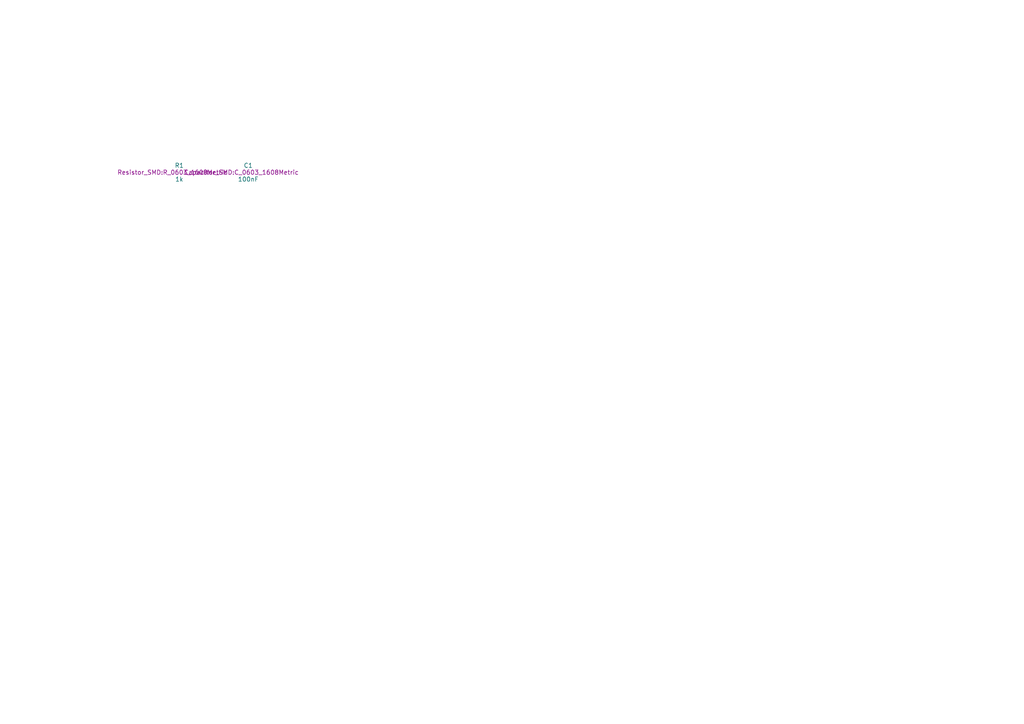
<source format=kicad_sch>
(kicad_sch (version 20230121) (generator kicad)
  (uuid "12345678-1234-1234-1234-123456789abc")
  (paper "A4")
  
  (symbol (lib_id "Device:R") (at 50 50 0) (unit 1)
    (uuid "resistor-1-uuid")
    (property "Reference" "R1" (at 52 48 0))
    (property "Value" "1k" (at 52 52 0))
    (property "Footprint" "Resistor_SMD:R_0603_1608Metric" (at 50 50 0))
  )
  
  (symbol (lib_id "Device:C") (at 70 50 0) (unit 1)
    (uuid "capacitor-1-uuid")
    (property "Reference" "C1" (at 72 48 0))
    (property "Value" "100nF" (at 72 52 0))
    (property "Footprint" "Capacitor_SMD:C_0603_1608Metric" (at 70 50 0))
  )
)
</source>
